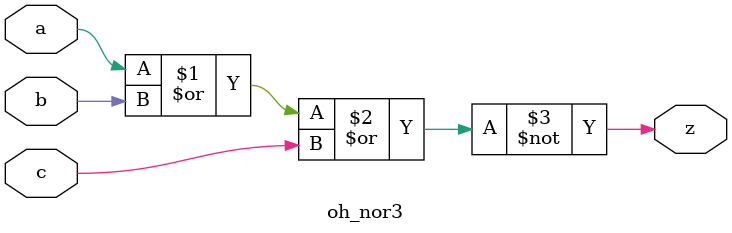
<source format=v>
module oh_nor3(	// file.cleaned.mlir:2:3
  input  a,	// file.cleaned.mlir:2:25
         b,	// file.cleaned.mlir:2:37
         c,	// file.cleaned.mlir:2:49
  output z	// file.cleaned.mlir:2:62
);

  assign z = ~(a | b | c);	// file.cleaned.mlir:4:10, :5:10, :6:5
endmodule


</source>
